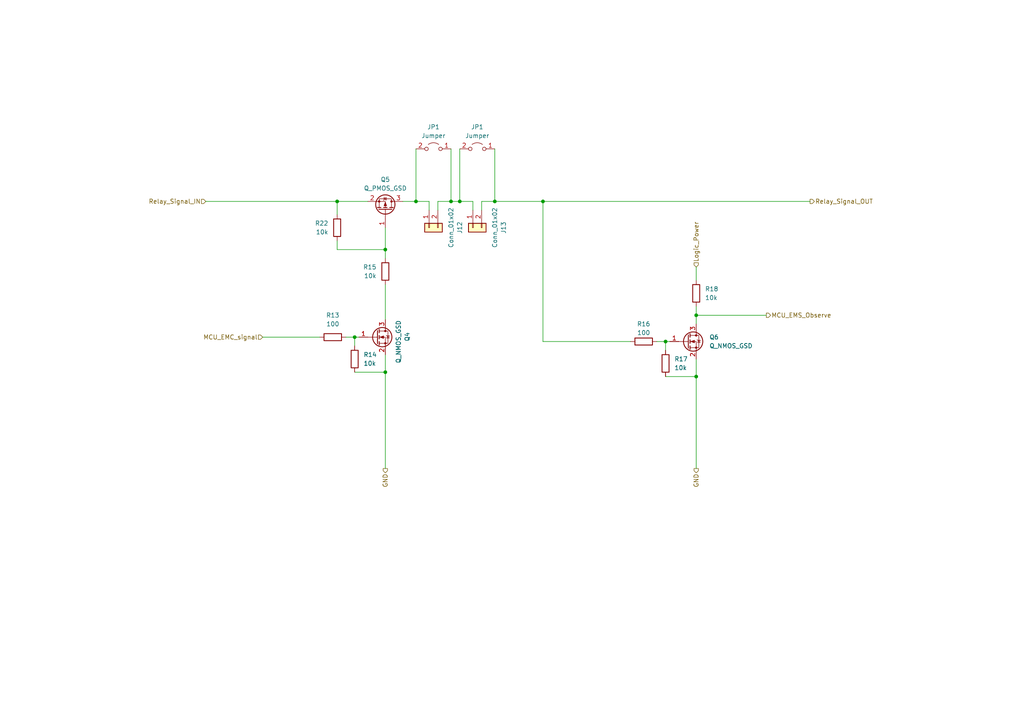
<source format=kicad_sch>
(kicad_sch (version 20230121) (generator eeschema)
  (paper "A4")
  (lib_symbols
    (symbol "Connector_Generic:Conn_01x02" (pin_names (offset 1.016) hide)
      (property "Reference" "J" (at 0 2.54 0))
      (property "Value" "Conn_01x02" (at 0 -5.08 0))
      (symbol "Conn_01x02_1_1"
        (rectangle (start -1.27 -2.413) (end 0 -2.667) (stroke (width 0.1524)))
        (rectangle (start -1.27 0.127) (end 0 -0.127) (stroke (width 0.1524)))
        (rectangle (start -1.27 1.27) (end 1.27 -3.81) (stroke (width 0.254)) (fill (type background)))
        (pin passive line (at -5.08 0 0) (length 3.81) (name "Pin_1") (number "1"))
        (pin passive line (at -5.08 -2.54 0) (length 3.81) (name "Pin_2") (number "2"))
      )
    )
    (symbol "Device:Q_NMOS_GSD" (pin_names (offset 0) hide)
      (property "Reference" "Q" (at 5.08 1.27 0))
      (property "Value" "Q_NMOS_GSD" (at 5.08 -1.27 0))
      (symbol "Q_NMOS_GSD_0_1"
        (polyline (pts (xy 0.254 0) (xy -2.54 0)))
        (polyline (pts (xy 0.254 1.905) (xy 0.254 -1.905)) (stroke (width 0.254)))
        (polyline (pts (xy 0.762 -1.27) (xy 0.762 -2.286)) (stroke (width 0.254)))
        (polyline (pts (xy 0.762 0.508) (xy 0.762 -0.508)) (stroke (width 0.254)))
        (polyline (pts (xy 0.762 2.286) (xy 0.762 1.27)) (stroke (width 0.254)))
        (polyline (pts (xy 2.54 2.54) (xy 2.54 1.778)))
        (polyline (pts (xy 2.54 -2.54) (xy 2.54 0) (xy 0.762 0)))
        (polyline (pts (xy 0.762 -1.778) (xy 3.302 -1.778) (xy 3.302 1.778) (xy 0.762 1.778)))
        (polyline (pts (xy 1.016 0) (xy 2.032 0.381) (xy 2.032 -0.381) (xy 1.016 0)) (fill (type outline)))
        (polyline (pts (xy 2.794 0.508) (xy 2.921 0.381) (xy 3.683 0.381) (xy 3.81 0.254)))
        (polyline (pts (xy 3.302 0.381) (xy 2.921 -0.254) (xy 3.683 -0.254) (xy 3.302 0.381)))
        (circle (center 1.651 0) (radius 2.794) (stroke (width 0.254)))
        (circle (center 2.54 -1.778) (radius 0.254) (fill (type outline)))
        (circle (center 2.54 1.778) (radius 0.254) (fill (type outline)))
      )
      (symbol "Q_NMOS_GSD_1_1"
        (pin input line (at -5.08 0 0) (length 2.54) (name "G") (number "1"))
        (pin passive line (at 2.54 -5.08 90) (length 2.54) (name "S") (number "2"))
        (pin passive line (at 2.54 5.08 270) (length 2.54) (name "D") (number "3"))
      )
    )
    (symbol "Device:Q_PMOS_GSD" (pin_names (offset 0) hide)
      (property "Reference" "Q" (at 5.08 1.27 0))
      (property "Value" "Q_PMOS_GSD" (at 5.08 -1.27 0))
      (symbol "Q_PMOS_GSD_0_1"
        (polyline (pts (xy 0.254 0) (xy -2.54 0)))
        (polyline (pts (xy 0.254 1.905) (xy 0.254 -1.905)) (stroke (width 0.254)))
        (polyline (pts (xy 0.762 -1.27) (xy 0.762 -2.286)) (stroke (width 0.254)))
        (polyline (pts (xy 0.762 0.508) (xy 0.762 -0.508)) (stroke (width 0.254)))
        (polyline (pts (xy 0.762 2.286) (xy 0.762 1.27)) (stroke (width 0.254)))
        (polyline (pts (xy 2.54 2.54) (xy 2.54 1.778)))
        (polyline (pts (xy 2.54 -2.54) (xy 2.54 0) (xy 0.762 0)))
        (polyline (pts (xy 0.762 1.778) (xy 3.302 1.778) (xy 3.302 -1.778) (xy 0.762 -1.778)))
        (polyline (pts (xy 2.286 0) (xy 1.27 0.381) (xy 1.27 -0.381) (xy 2.286 0)) (fill (type outline)))
        (polyline (pts (xy 2.794 -0.508) (xy 2.921 -0.381) (xy 3.683 -0.381) (xy 3.81 -0.254)))
        (polyline (pts (xy 3.302 -0.381) (xy 2.921 0.254) (xy 3.683 0.254) (xy 3.302 -0.381)))
        (circle (center 1.651 0) (radius 2.794) (stroke (width 0.254)))
        (circle (center 2.54 -1.778) (radius 0.254) (fill (type outline)))
        (circle (center 2.54 1.778) (radius 0.254) (fill (type outline)))
      )
      (symbol "Q_PMOS_GSD_1_1"
        (pin input line (at -5.08 0 0) (length 2.54) (name "G") (number "1"))
        (pin passive line (at 2.54 -5.08 90) (length 2.54) (name "S") (number "2"))
        (pin passive line (at 2.54 5.08 270) (length 2.54) (name "D") (number "3"))
      )
    )
    (symbol "Device:R" (pin_numbers hide) (pin_names (offset 0))
      (property "Reference" "R" (at 2.032 0 90))
      (property "Value" "R" (at 0 0 90))
      (symbol "R_0_1"
        (rectangle (start -1.016 -2.54) (end 1.016 2.54) (stroke (width 0.254)))
      )
      (symbol "R_1_1"
        (pin passive line (at 0 3.81 270) (length 1.27) (name "~") (number "1"))
        (pin passive line (at 0 -3.81 90) (length 1.27) (name "~") (number "2"))
      )
    )
    (symbol "Jumper:Jumper_2_Open" (pin_names (offset 0) hide)
      (property "Reference" "JP" (at 0 2.794 0))
      (property "Value" "Jumper_2_Open" (at 0 -2.286 0))
      (symbol "Jumper_2_Open_0_0"
        (circle (center -2.032 0) (radius 0.508))
        (circle (center 2.032 0) (radius 0.508))
      )
      (symbol "Jumper_2_Open_0_1"
        (arc (start 1.524 1.27) (mid 0 1.778) (end -1.524 1.27))
      )
      (symbol "Jumper_2_Open_1_1"
        (pin passive line (at -5.08 0 0) (length 2.54) (name "A") (number "1"))
        (pin passive line (at 5.08 0 180) (length 2.54) (name "B") (number "2"))
      )
    )
  )
  (junction (at 111.76 107.95))
  (junction (at 102.87 97.79))
  (junction (at 157.48 58.42))
  (junction (at 133.35 58.42))
  (junction (at 120.65 58.42))
  (junction (at 201.93 91.44))
  (junction (at 130.81 58.42))
  (junction (at 201.93 109.22))
  (junction (at 143.51 58.42))
  (junction (at 193.04 99.06))
  (junction (at 111.76 72.39))
  (junction (at 97.79 58.42))
  (wire (pts (xy 139.7 60.96) (xy 139.7 58.42)))
  (wire (pts (xy 59.69 58.42) (xy 97.79 58.42)))
  (wire (pts (xy 111.76 107.95) (xy 102.87 107.95)))
  (wire (pts (xy 111.76 135.89) (xy 111.76 107.95)))
  (wire (pts (xy 116.84 58.42) (xy 120.65 58.42)))
  (wire (pts (xy 143.51 58.42) (xy 157.48 58.42)))
  (wire (pts (xy 133.35 43.18) (xy 133.35 58.42)))
  (wire (pts (xy 130.81 58.42) (xy 133.35 58.42)))
  (wire (pts (xy 193.04 99.06) (xy 194.31 99.06)))
  (wire (pts (xy 102.87 97.79) (xy 104.14 97.79)))
  (wire (pts (xy 97.79 58.42) (xy 106.68 58.42)))
  (wire (pts (xy 127 58.42) (xy 130.81 58.42)))
  (wire (pts (xy 137.16 58.42) (xy 137.16 60.96)))
  (wire (pts (xy 201.93 135.89) (xy 201.93 109.22)))
  (wire (pts (xy 130.81 43.18) (xy 130.81 58.42)))
  (wire (pts (xy 111.76 82.55) (xy 111.76 92.71)))
  (wire (pts (xy 133.35 58.42) (xy 137.16 58.42)))
  (wire (pts (xy 139.7 58.42) (xy 143.51 58.42)))
  (wire (pts (xy 100.33 97.79) (xy 102.87 97.79)))
  (wire (pts (xy 97.79 62.23) (xy 97.79 58.42)))
  (wire (pts (xy 201.93 109.22) (xy 193.04 109.22)))
  (wire (pts (xy 111.76 102.87) (xy 111.76 107.95)))
  (wire (pts (xy 157.48 58.42) (xy 234.95 58.42)))
  (wire (pts (xy 157.48 58.42) (xy 157.48 99.06)))
  (wire (pts (xy 127 60.96) (xy 127 58.42)))
  (wire (pts (xy 102.87 97.79) (xy 102.87 100.33)))
  (wire (pts (xy 124.46 58.42) (xy 124.46 60.96)))
  (wire (pts (xy 222.25 91.44) (xy 201.93 91.44)))
  (wire (pts (xy 120.65 58.42) (xy 124.46 58.42)))
  (wire (pts (xy 201.93 77.47) (xy 201.93 81.28)))
  (wire (pts (xy 97.79 72.39) (xy 111.76 72.39)))
  (wire (pts (xy 201.93 88.9) (xy 201.93 91.44)))
  (wire (pts (xy 201.93 104.14) (xy 201.93 109.22)))
  (wire (pts (xy 193.04 99.06) (xy 193.04 101.6)))
  (wire (pts (xy 111.76 72.39) (xy 111.76 74.93)))
  (wire (pts (xy 76.2 97.79) (xy 92.71 97.79)))
  (wire (pts (xy 97.79 72.39) (xy 97.79 69.85)))
  (wire (pts (xy 143.51 43.18) (xy 143.51 58.42)))
  (wire (pts (xy 201.93 91.44) (xy 201.93 93.98)))
  (wire (pts (xy 120.65 43.18) (xy 120.65 58.42)))
  (wire (pts (xy 111.76 66.04) (xy 111.76 72.39)))
  (wire (pts (xy 190.5 99.06) (xy 193.04 99.06)))
  (wire (pts (xy 157.48 99.06) (xy 182.88 99.06)))
  (hierarchical_label "Relay_Signal_IN" (shape input) (at 59.69 58.42 180))
  (hierarchical_label "Relay_Signal_OUT" (shape output) (at 234.95 58.42 0))
  (hierarchical_label "GND" (shape output) (at 201.93 135.89 270))
  (hierarchical_label "Logic_Power" (shape input) (at 201.93 77.47 90))
  (hierarchical_label "MCU_EMC_signal" (shape input) (at 76.2 97.79 180))
  (hierarchical_label "GND" (shape output) (at 111.76 135.89 270))
  (hierarchical_label "MCU_EMS_Observe" (shape output) (at 222.25 91.44 0))
  (symbol (lib_id "Connector_Generic:Conn_01x02") (at 124.46 66.04 90) (mirror x) (unit 1) (in_bom no)
    (property "Reference" "J12" (at 133.35 66.04 0))
    (property "Value" "Conn_01x02" (at 130.81 66.04 0))
    (property "Footprint" "Connector_JST:JST_XA_S02B-XASK-1_1x02_P2.50mm_Horizontal" (effects hide))
    (instances (project "schematic_PWRcutoff" (path "" (reference "J12") (unit 1))) (project "schematic_PWR" (path "" (reference "J13") (unit 1))))
  )
  (symbol (lib_id "Device:R") (at 186.69 99.06 270) (unit 1)
    (property "Reference" "R16" (at 186.69 93.98 90))
    (property "Value" "100" (at 186.69 96.52 90))
    (property "Footprint" "Resistor_SMD:R_0402_1005Metric" (effects hide))
    (property "LCSC" "C25076" (effects hide))
    (instances (project "schematic_PWRcutoff" (path "" (reference "R16") (unit 1))) (project "schematic_PWR" (path "" (reference "R29") (unit 1))))
  )
  (symbol (lib_id "Device:Q_NMOS_GSD") (at 109.22 97.79 0) (unit 1)
    (property "Reference" "Q4" (at 118.11 99.06 90) (effects (justify left)))
    (property "Value" "Q_NMOS_GSD" (at 115.57 105.41 90) (effects (justify left)))
    (property "Footprint" "Package_TO_SOT_SMD:SOT-23" (effects hide))
    (property "LCSC" "C7420346" (effects hide))
    (property "FT Rotation Offset" "180" (effects hide))
    (instances (project "schematic_PWRcutoff" (path "" (reference "Q4") (unit 1))) (project "schematic_PWR" (path "" (reference "Q6") (unit 1))))
  )
  (symbol (lib_id "Connector_Generic:Conn_01x02") (at 137.16 66.04 90) (mirror x) (unit 1) (in_bom no)
    (property "Reference" "J13" (at 146.05 66.04 0))
    (property "Value" "Conn_01x02" (at 143.51 66.04 0))
    (property "Footprint" "Connector_JST:JST_XA_S02B-XASK-1_1x02_P2.50mm_Horizontal" (effects hide))
    (instances (project "schematic_PWRcutoff" (path "" (reference "J13") (unit 1))) (project "schematic_PWR" (path "" (reference "J14") (unit 1))))
  )
  (symbol (lib_id "Device:R") (at 111.76 78.74 0) (unit 1)
    (property "Reference" "R15" (at 109.22 77.47 0) (effects (justify right)))
    (property "Value" "10k" (at 109.22 80.01 0) (effects (justify right)))
    (property "Footprint" "Resistor_SMD:R_0402_1005Metric" (effects hide))
    (property "LCSC" "C25744" (effects hide))
    (instances (project "schematic_PWRcutoff" (path "" (reference "R15") (unit 1))) (project "schematic_PWR" (path "" (reference "R28") (unit 1))))
  )
  (symbol (lib_id "Device:R") (at 96.52 97.79 270) (unit 1)
    (property "Reference" "R13" (at 96.52 91.44 90))
    (property "Value" "100" (at 96.52 93.98 90))
    (property "Footprint" "Resistor_SMD:R_0402_1005Metric" (effects hide))
    (property "LCSC" "C25076" (effects hide))
    (instances (project "schematic_PWRcutoff" (path "" (reference "R13") (unit 1))) (project "schematic_PWR" (path "" (reference "R25") (unit 1))))
  )
  (symbol (lib_id "Device:R") (at 97.79 66.04 0) (unit 1)
    (property "Reference" "R22" (at 95.25 64.77 0) (effects (justify right)))
    (property "Value" "10k" (at 95.25 67.31 0) (effects (justify right)))
    (property "Footprint" "Resistor_SMD:R_0402_1005Metric" (effects hide))
    (property "LCSC" "C25744" (effects hide))
    (instances (project "schematic_PWRcutoff" (path "" (reference "R22") (unit 1))) (project "schematic_PWR" (path "" (reference "R26") (unit 1))))
  )
  (symbol (lib_id "Device:Q_PMOS_GSD") (at 111.76 60.96 270) (mirror x) (unit 1)
    (property "Reference" "Q5" (at 111.76 52.07 90))
    (property "Value" "Q_PMOS_GSD" (at 111.76 54.61 90))
    (property "Footprint" "Package_TO_SOT_SMD:SOT-23" (effects hide))
    (property "LCSC" "C15127" (effects hide))
    (property "FT Rotation Offset" "180" (effects hide))
    (instances (project "schematic_PWRcutoff" (path "" (reference "Q5") (unit 1))) (project "schematic_PWR" (path "" (reference "Q7") (unit 1))))
  )
  (symbol (lib_id "Device:Q_NMOS_GSD") (at 199.39 99.06 0) (unit 1)
    (property "Reference" "Q6" (at 205.74 97.79 0) (effects (justify left)))
    (property "Value" "Q_NMOS_GSD" (at 205.74 100.33 0) (effects (justify left)))
    (property "Footprint" "Package_TO_SOT_SMD:SOT-23" (effects hide))
    (property "LCSC" "C7420346" (effects hide))
    (property "FT Rotation Offset" "180" (effects hide))
    (instances (project "schematic_PWRcutoff" (path "" (reference "Q6") (unit 1))) (project "schematic_PWR" (path "" (reference "Q8") (unit 1))))
  )
  (symbol (lib_id "Device:R") (at 193.04 105.41 0) (mirror y) (unit 1)
    (property "Reference" "R17" (at 195.58 104.14 0) (effects (justify right)))
    (property "Value" "10k" (at 195.58 106.68 0) (effects (justify right)))
    (property "Footprint" "Resistor_SMD:R_0402_1005Metric" (effects hide))
    (property "LCSC" "C25744" (effects hide))
    (instances (project "schematic_PWRcutoff" (path "" (reference "R17") (unit 1))) (project "schematic_PWR" (path "" (reference "R30") (unit 1))))
  )
  (symbol (lib_id "Jumper:Jumper_2_Open") (at 138.43 43.18 0) (mirror y) (unit 1) (in_bom no)
    (property "Reference" "JP1" (at 138.43 36.83 0))
    (property "Value" "Jumper" (at 138.43 39.37 0))
    (property "Footprint" "Connector_PinHeader_2.54mm:PinHeader_1x02_P2.54mm_Vertical" (effects hide))
    (instances (project "schematic_PWRcutoff" (path "" (reference "JP1") (unit 1)) (path "" (reference "JP3") (unit 1))) (project "schematic_PWR" (path "" (reference "JP3") (unit 1))))
  )
  (symbol (lib_id "Jumper:Jumper_2_Open") (at 125.73 43.18 0) (mirror y) (unit 1) (in_bom no)
    (property "Reference" "JP1" (at 125.73 36.83 0))
    (property "Value" "Jumper" (at 125.73 39.37 0))
    (property "Footprint" "Connector_PinHeader_2.54mm:PinHeader_1x02_P2.54mm_Vertical" (effects hide))
    (instances (project "schematic_PWRcutoff" (path "" (reference "JP1") (unit 1)) (path "" (reference "JP2") (unit 1))) (project "schematic_PWR" (path "" (reference "JP2") (unit 1))))
  )
  (symbol (lib_id "Device:R") (at 201.93 85.09 0) (mirror y) (unit 1)
    (property "Reference" "R18" (at 204.47 83.82 0) (effects (justify right)))
    (property "Value" "10k" (at 204.47 86.36 0) (effects (justify right)))
    (property "Footprint" "Resistor_SMD:R_0402_1005Metric" (effects hide))
    (property "LCSC" "C25744" (effects hide))
    (instances (project "schematic_PWRcutoff" (path "" (reference "R18") (unit 1))) (project "schematic_PWR" (path "" (reference "R31") (unit 1))))
  )
  (symbol (lib_id "Device:R") (at 102.87 104.14 0) (mirror y) (unit 1)
    (property "Reference" "R14" (at 105.41 102.87 0) (effects (justify right)))
    (property "Value" "10k" (at 105.41 105.41 0) (effects (justify right)))
    (property "Footprint" "Resistor_SMD:R_0402_1005Metric" (effects hide))
    (property "LCSC" "C25744" (effects hide))
    (instances (project "schematic_PWRcutoff" (path "" (reference "R14") (unit 1))) (project "schematic_PWR" (path "" (reference "R27") (unit 1))))
  )
)
</source>
